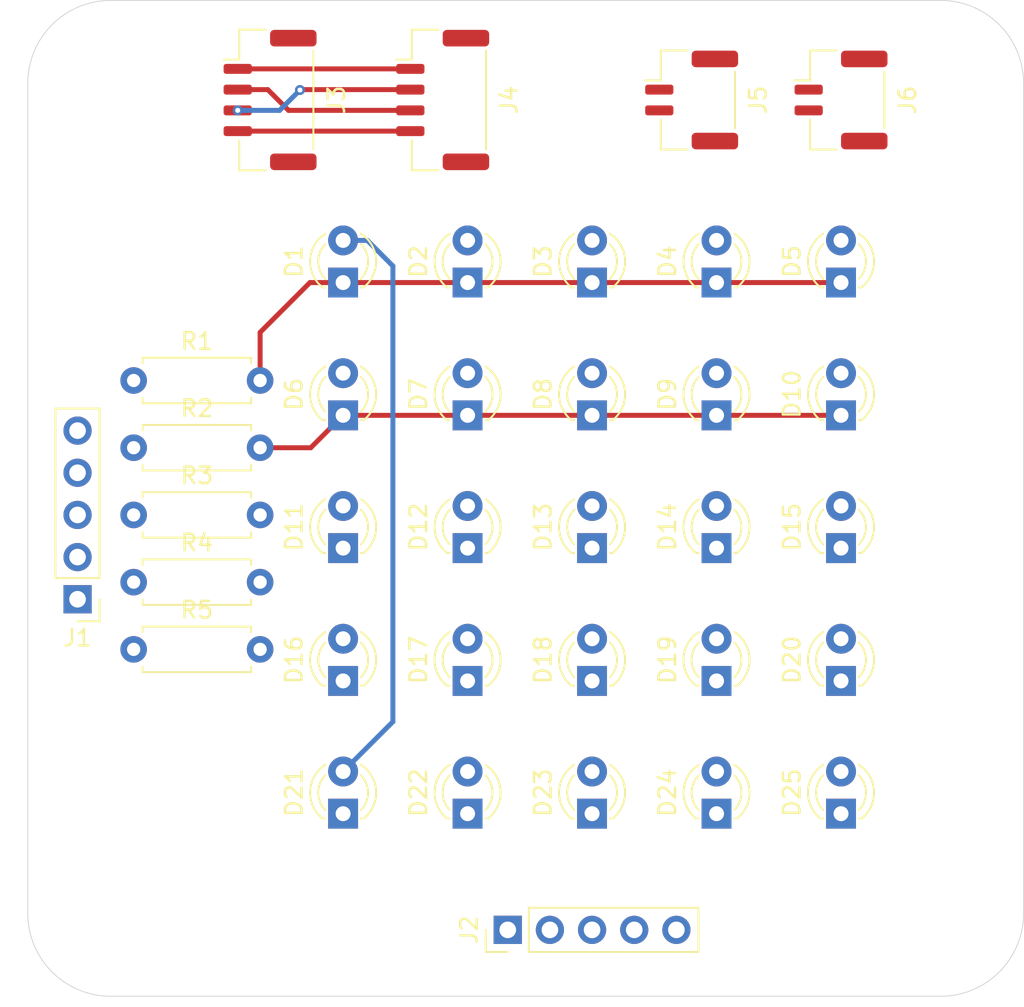
<source format=kicad_pcb>
(kicad_pcb (version 20240108) (generator "pcbnew") (generator_version "8.0")
  (layers (0 "F.Cu" signal) (31 "B.Cu" signal) (34 "B.Paste" user) (35 "F.Paste" user) (36 "B.SilkS" user "B.Silkscreen") (37 "F.SilkS" user "F.Silkscreen") (38 "B.Mask" user) (39 "F.Mask" user) (44 "Edge.Cuts" user))
  (net 0 "")
  (footprint "LED_THT:LED_D3.0mm" (layer "F.Cu") (at 67.5 71.775 90)
    (property "Reference" "D23" (at 1.27 -2.96 90) (layer "F.SilkS"))
    (property "Value" "LED")
    (fp_line (start -0.29 -1.236) (end -0.29 -1.08) (stroke (width 0.12)) (layer "F.SilkS"))
    (fp_line (start -0.29 1.08) (end -0.29 1.236) (stroke (width 0.12)) (layer "F.SilkS"))
    (fp_arc (start -0.29 -1.235516) (mid 1.366487 -1.987659) (end 2.942335 -1.078608) (stroke (width 0.12)) (layer "F.SilkS"))
    (fp_arc (start 0.229039 -1.08) (mid 1.270117 -1.5) (end 2.31113 -1.079837) (stroke (width 0.12)) (layer "F.SilkS"))
    (fp_arc (start 2.942335 1.078608) (mid 1.366487 1.987659) (end -0.29 1.235516) (stroke (width 0.12)) (layer "F.SilkS"))
    (fp_arc (start 2.31113 1.079837) (mid 1.270117 1.5) (end 0.229039 1.08) (stroke (width 0.12)) (layer "F.SilkS"))
    (pad "1" thru_hole rect (at 0 0 90) (size 1.8 1.8) (drill 0.9) (layers "*.Cu" "*.Mask"))
    (pad "2" thru_hole circle (at 2.54 0 90) (size 1.8 1.8) (drill 0.9) (layers "*.Cu" "*.Mask"))
  )
  (footprint "LED_THT:LED_D3.0mm" (layer "F.Cu") (at 60 47.775 90)
    (property "Reference" "D7" (at 1.27 -2.96 90) (layer "F.SilkS"))
    (property "Value" "LED")
    (fp_line (start -0.29 -1.236) (end -0.29 -1.08) (stroke (width 0.12)) (layer "F.SilkS"))
    (fp_line (start -0.29 1.08) (end -0.29 1.236) (stroke (width 0.12)) (layer "F.SilkS"))
    (fp_arc (start -0.29 -1.235516) (mid 1.366487 -1.987659) (end 2.942335 -1.078608) (stroke (width 0.12)) (layer "F.SilkS"))
    (fp_arc (start 0.229039 -1.08) (mid 1.270117 -1.5) (end 2.31113 -1.079837) (stroke (width 0.12)) (layer "F.SilkS"))
    (fp_arc (start 2.942335 1.078608) (mid 1.366487 1.987659) (end -0.29 1.235516) (stroke (width 0.12)) (layer "F.SilkS"))
    (fp_arc (start 2.31113 1.079837) (mid 1.270117 1.5) (end 0.229039 1.08) (stroke (width 0.12)) (layer "F.SilkS"))
    (pad "1" thru_hole rect (at 0 0 90) (size 1.8 1.8) (drill 0.9) (layers "*.Cu" "*.Mask"))
    (pad "2" thru_hole circle (at 2.54 0 90) (size 1.8 1.8) (drill 0.9) (layers "*.Cu" "*.Mask"))
  )
  (footprint "LED_THT:LED_D3.0mm" (layer "F.Cu") (at 52.5 71.775 90)
    (property "Reference" "D21" (at 1.27 -2.96 90) (layer "F.SilkS"))
    (property "Value" "LED")
    (fp_line (start -0.29 -1.236) (end -0.29 -1.08) (stroke (width 0.12)) (layer "F.SilkS"))
    (fp_line (start -0.29 1.08) (end -0.29 1.236) (stroke (width 0.12)) (layer "F.SilkS"))
    (fp_arc (start -0.29 -1.235516) (mid 1.366487 -1.987659) (end 2.942335 -1.078608) (stroke (width 0.12)) (layer "F.SilkS"))
    (fp_arc (start 0.229039 -1.08) (mid 1.270117 -1.5) (end 2.31113 -1.079837) (stroke (width 0.12)) (layer "F.SilkS"))
    (fp_arc (start 2.942335 1.078608) (mid 1.366487 1.987659) (end -0.29 1.235516) (stroke (width 0.12)) (layer "F.SilkS"))
    (fp_arc (start 2.31113 1.079837) (mid 1.270117 1.5) (end 0.229039 1.08) (stroke (width 0.12)) (layer "F.SilkS"))
    (pad "1" thru_hole rect (at 0 0 90) (size 1.8 1.8) (drill 0.9) (layers "*.Cu" "*.Mask"))
    (pad "2" thru_hole circle (at 2.54 0 90) (size 1.8 1.8) (drill 0.9) (layers "*.Cu" "*.Mask"))
  )
  (footprint "Connector_PinHeader_2.54mm:PinHeader_1x05_P2.54mm_Vertical" (layer "F.Cu") (at 62.42 78.775 90)
    (property "Reference" "J2" (at 0 -2.33 90) (layer "F.SilkS"))
    (property "Value" "Conn_01x05")
    (fp_line (start -1.33 -1.33) (end 0 -1.33) (stroke (width 0.12)) (layer "F.SilkS"))
    (fp_line (start -1.33 0) (end -1.33 -1.33) (stroke (width 0.12)) (layer "F.SilkS"))
    (fp_line (start 1.33 1.27) (end 1.33 11.49) (stroke (width 0.12)) (layer "F.SilkS"))
    (fp_line (start -1.33 1.27) (end 1.33 1.27) (stroke (width 0.12)) (layer "F.SilkS"))
    (fp_line (start -1.33 1.27) (end -1.33 11.49) (stroke (width 0.12)) (layer "F.SilkS"))
    (fp_line (start -1.33 11.49) (end 1.33 11.49) (stroke (width 0.12)) (layer "F.SilkS"))
    (pad "1" thru_hole rect (at 0 0 90) (size 1.7 1.7) (drill 1) (layers "*.Cu" "*.Mask"))
    (pad "2" thru_hole oval (at 0 2.54 90) (size 1.7 1.7) (drill 1) (layers "*.Cu" "*.Mask"))
    (pad "3" thru_hole oval (at 0 5.08 90) (size 1.7 1.7) (drill 1) (layers "*.Cu" "*.Mask"))
    (pad "4" thru_hole oval (at 0 7.62 90) (size 1.7 1.7) (drill 1) (layers "*.Cu" "*.Mask"))
    (pad "5" thru_hole oval (at 0 10.16 90) (size 1.7 1.7) (drill 1) (layers "*.Cu" "*.Mask"))
  )
  (footprint "LED_THT:LED_D3.0mm" (layer "F.Cu") (at 60 39.775 90)
    (property "Reference" "D2" (at 1.27 -2.96 90) (layer "F.SilkS"))
    (property "Value" "LED")
    (fp_line (start -0.29 -1.236) (end -0.29 -1.08) (stroke (width 0.12)) (layer "F.SilkS"))
    (fp_line (start -0.29 1.08) (end -0.29 1.236) (stroke (width 0.12)) (layer "F.SilkS"))
    (fp_arc (start -0.29 -1.235516) (mid 1.366487 -1.987659) (end 2.942335 -1.078608) (stroke (width 0.12)) (layer "F.SilkS"))
    (fp_arc (start 0.229039 -1.08) (mid 1.270117 -1.5) (end 2.31113 -1.079837) (stroke (width 0.12)) (layer "F.SilkS"))
    (fp_arc (start 2.942335 1.078608) (mid 1.366487 1.987659) (end -0.29 1.235516) (stroke (width 0.12)) (layer "F.SilkS"))
    (fp_arc (start 2.31113 1.079837) (mid 1.270117 1.5) (end 0.229039 1.08) (stroke (width 0.12)) (layer "F.SilkS"))
    (pad "1" thru_hole rect (at 0 0 90) (size 1.8 1.8) (drill 0.9) (layers "*.Cu" "*.Mask"))
    (pad "2" thru_hole circle (at 2.54 0 90) (size 1.8 1.8) (drill 0.9) (layers "*.Cu" "*.Mask"))
  )
  (footprint "LED_THT:LED_D3.0mm" (layer "F.Cu") (at 82.5 71.775 90)
    (property "Reference" "D25" (at 1.27 -2.96 90) (layer "F.SilkS"))
    (property "Value" "LED")
    (fp_line (start -0.29 -1.236) (end -0.29 -1.08) (stroke (width 0.12)) (layer "F.SilkS"))
    (fp_line (start -0.29 1.08) (end -0.29 1.236) (stroke (width 0.12)) (layer "F.SilkS"))
    (fp_arc (start -0.29 -1.235516) (mid 1.366487 -1.987659) (end 2.942335 -1.078608) (stroke (width 0.12)) (layer "F.SilkS"))
    (fp_arc (start 0.229039 -1.08) (mid 1.270117 -1.5) (end 2.31113 -1.079837) (stroke (width 0.12)) (layer "F.SilkS"))
    (fp_arc (start 2.942335 1.078608) (mid 1.366487 1.987659) (end -0.29 1.235516) (stroke (width 0.12)) (layer "F.SilkS"))
    (fp_arc (start 2.31113 1.079837) (mid 1.270117 1.5) (end 0.229039 1.08) (stroke (width 0.12)) (layer "F.SilkS"))
    (pad "1" thru_hole rect (at 0 0 90) (size 1.8 1.8) (drill 0.9) (layers "*.Cu" "*.Mask"))
    (pad "2" thru_hole circle (at 2.54 0 90) (size 1.8 1.8) (drill 0.9) (layers "*.Cu" "*.Mask"))
  )
  (footprint "Connector_JST:JST_GH_BM04B-GHS-TBT_1x04-1MP_P1.25mm_Vertical" (layer "F.Cu") (at 48.1 28.775 -90)
    (property "Reference" "J3" (at 0 -4 90) (layer "F.SilkS"))
    (property "Value" "Conn_01x04")
    (fp_line (start -4.235 1.86) (end -2.435 1.86) (stroke (width 0.12)) (layer "F.SilkS"))
    (fp_line (start -2.435 1.86) (end -2.435 2.8) (stroke (width 0.12)) (layer "F.SilkS"))
    (fp_line (start 4.235 1.86) (end 2.435 1.86) (stroke (width 0.12)) (layer "F.SilkS"))
    (fp_line (start -4.235 0.26) (end -4.235 1.86) (stroke (width 0.12)) (layer "F.SilkS"))
    (fp_line (start 4.235 0.26) (end 4.235 1.86) (stroke (width 0.12)) (layer "F.SilkS"))
    (fp_line (start -2.965 -2.61) (end 2.965 -2.61) (stroke (width 0.12)) (layer "F.SilkS"))
    (pad "1" smd roundrect (at -1.875 1.95 270) (size 0.6 1.7) (layers "F.Cu" "F.Paste" "F.Mask"))
    (pad "2" smd roundrect (at -0.625 1.95 270) (size 0.6 1.7) (layers "F.Cu" "F.Paste" "F.Mask"))
    (pad "3" smd roundrect (at 0.625 1.95 270) (size 0.6 1.7) (layers "F.Cu" "F.Paste" "F.Mask"))
    (pad "4" smd roundrect (at 1.875 1.95 270) (size 0.6 1.7) (layers "F.Cu" "F.Paste" "F.Mask"))
    (pad "MP" smd roundrect (at -3.725 -1.4 270) (size 1 2.8) (layers "F.Cu" "F.Paste" "F.Mask"))
    (pad "MP" smd roundrect (at 3.725 -1.4 270) (size 1 2.8) (layers "F.Cu" "F.Paste" "F.Mask"))
  )
  (footprint "LED_THT:LED_D3.0mm" (layer "F.Cu") (at 52.5 63.775 90)
    (property "Reference" "D16" (at 1.27 -2.96 90) (layer "F.SilkS"))
    (property "Value" "LED")
    (fp_line (start -0.29 -1.236) (end -0.29 -1.08) (stroke (width 0.12)) (layer "F.SilkS"))
    (fp_line (start -0.29 1.08) (end -0.29 1.236) (stroke (width 0.12)) (layer "F.SilkS"))
    (fp_arc (start -0.29 -1.235516) (mid 1.366487 -1.987659) (end 2.942335 -1.078608) (stroke (width 0.12)) (layer "F.SilkS"))
    (fp_arc (start 0.229039 -1.08) (mid 1.270117 -1.5) (end 2.31113 -1.079837) (stroke (width 0.12)) (layer "F.SilkS"))
    (fp_arc (start 2.942335 1.078608) (mid 1.366487 1.987659) (end -0.29 1.235516) (stroke (width 0.12)) (layer "F.SilkS"))
    (fp_arc (start 2.31113 1.079837) (mid 1.270117 1.5) (end 0.229039 1.08) (stroke (width 0.12)) (layer "F.SilkS"))
    (pad "1" thru_hole rect (at 0 0 90) (size 1.8 1.8) (drill 0.9) (layers "*.Cu" "*.Mask"))
    (pad "2" thru_hole circle (at 2.54 0 90) (size 1.8 1.8) (drill 0.9) (layers "*.Cu" "*.Mask"))
  )
  (footprint "LED_THT:LED_D3.0mm" (layer "F.Cu") (at 75 71.775 90)
    (property "Reference" "D24" (at 1.27 -2.96 90) (layer "F.SilkS"))
    (property "Value" "LED")
    (fp_line (start -0.29 -1.236) (end -0.29 -1.08) (stroke (width 0.12)) (layer "F.SilkS"))
    (fp_line (start -0.29 1.08) (end -0.29 1.236) (stroke (width 0.12)) (layer "F.SilkS"))
    (fp_arc (start -0.29 -1.235516) (mid 1.366487 -1.987659) (end 2.942335 -1.078608) (stroke (width 0.12)) (layer "F.SilkS"))
    (fp_arc (start 0.229039 -1.08) (mid 1.270117 -1.5) (end 2.31113 -1.079837) (stroke (width 0.12)) (layer "F.SilkS"))
    (fp_arc (start 2.942335 1.078608) (mid 1.366487 1.987659) (end -0.29 1.235516) (stroke (width 0.12)) (layer "F.SilkS"))
    (fp_arc (start 2.31113 1.079837) (mid 1.270117 1.5) (end 0.229039 1.08) (stroke (width 0.12)) (layer "F.SilkS"))
    (pad "1" thru_hole rect (at 0 0 90) (size 1.8 1.8) (drill 0.9) (layers "*.Cu" "*.Mask"))
    (pad "2" thru_hole circle (at 2.54 0 90) (size 1.8 1.8) (drill 0.9) (layers "*.Cu" "*.Mask"))
  )
  (footprint "LED_THT:LED_D3.0mm" (layer "F.Cu") (at 60 63.775 90)
    (property "Reference" "D17" (at 1.27 -2.96 90) (layer "F.SilkS"))
    (property "Value" "LED")
    (fp_line (start -0.29 -1.236) (end -0.29 -1.08) (stroke (width 0.12)) (layer "F.SilkS"))
    (fp_line (start -0.29 1.08) (end -0.29 1.236) (stroke (width 0.12)) (layer "F.SilkS"))
    (fp_arc (start -0.29 -1.235516) (mid 1.366487 -1.987659) (end 2.942335 -1.078608) (stroke (width 0.12)) (layer "F.SilkS"))
    (fp_arc (start 0.229039 -1.08) (mid 1.270117 -1.5) (end 2.31113 -1.079837) (stroke (width 0.12)) (layer "F.SilkS"))
    (fp_arc (start 2.942335 1.078608) (mid 1.366487 1.987659) (end -0.29 1.235516) (stroke (width 0.12)) (layer "F.SilkS"))
    (fp_arc (start 2.31113 1.079837) (mid 1.270117 1.5) (end 0.229039 1.08) (stroke (width 0.12)) (layer "F.SilkS"))
    (pad "1" thru_hole rect (at 0 0 90) (size 1.8 1.8) (drill 0.9) (layers "*.Cu" "*.Mask"))
    (pad "2" thru_hole circle (at 2.54 0 90) (size 1.8 1.8) (drill 0.9) (layers "*.Cu" "*.Mask"))
  )
  (footprint "LED_THT:LED_D3.0mm" (layer "F.Cu") (at 52.5 47.775 90)
    (property "Reference" "D6" (at 1.27 -2.96 90) (layer "F.SilkS"))
    (property "Value" "LED")
    (fp_line (start -0.29 -1.236) (end -0.29 -1.08) (stroke (width 0.12)) (layer "F.SilkS"))
    (fp_line (start -0.29 1.08) (end -0.29 1.236) (stroke (width 0.12)) (layer "F.SilkS"))
    (fp_arc (start -0.29 -1.235516) (mid 1.366487 -1.987659) (end 2.942335 -1.078608) (stroke (width 0.12)) (layer "F.SilkS"))
    (fp_arc (start 0.229039 -1.08) (mid 1.270117 -1.5) (end 2.31113 -1.079837) (stroke (width 0.12)) (layer "F.SilkS"))
    (fp_arc (start 2.942335 1.078608) (mid 1.366487 1.987659) (end -0.29 1.235516) (stroke (width 0.12)) (layer "F.SilkS"))
    (fp_arc (start 2.31113 1.079837) (mid 1.270117 1.5) (end 0.229039 1.08) (stroke (width 0.12)) (layer "F.SilkS"))
    (pad "1" thru_hole rect (at 0 0 90) (size 1.8 1.8) (drill 0.9) (layers "*.Cu" "*.Mask"))
    (pad "2" thru_hole circle (at 2.54 0 90) (size 1.8 1.8) (drill 0.9) (layers "*.Cu" "*.Mask"))
  )
  (footprint "LED_THT:LED_D3.0mm" (layer "F.Cu") (at 82.5 55.775 90)
    (property "Reference" "D15" (at 1.27 -2.96 90) (layer "F.SilkS"))
    (property "Value" "LED")
    (fp_line (start -0.29 -1.236) (end -0.29 -1.08) (stroke (width 0.12)) (layer "F.SilkS"))
    (fp_line (start -0.29 1.08) (end -0.29 1.236) (stroke (width 0.12)) (layer "F.SilkS"))
    (fp_arc (start -0.29 -1.235516) (mid 1.366487 -1.987659) (end 2.942335 -1.078608) (stroke (width 0.12)) (layer "F.SilkS"))
    (fp_arc (start 0.229039 -1.08) (mid 1.270117 -1.5) (end 2.31113 -1.079837) (stroke (width 0.12)) (layer "F.SilkS"))
    (fp_arc (start 2.942335 1.078608) (mid 1.366487 1.987659) (end -0.29 1.235516) (stroke (width 0.12)) (layer "F.SilkS"))
    (fp_arc (start 2.31113 1.079837) (mid 1.270117 1.5) (end 0.229039 1.08) (stroke (width 0.12)) (layer "F.SilkS"))
    (pad "1" thru_hole rect (at 0 0 90) (size 1.8 1.8) (drill 0.9) (layers "*.Cu" "*.Mask"))
    (pad "2" thru_hole circle (at 2.54 0 90) (size 1.8 1.8) (drill 0.9) (layers "*.Cu" "*.Mask"))
  )
  (footprint "LED_THT:LED_D3.0mm" (layer "F.Cu") (at 75 55.775 90)
    (property "Reference" "D14" (at 1.27 -2.96 90) (layer "F.SilkS"))
    (property "Value" "LED")
    (fp_line (start -0.29 -1.236) (end -0.29 -1.08) (stroke (width 0.12)) (layer "F.SilkS"))
    (fp_line (start -0.29 1.08) (end -0.29 1.236) (stroke (width 0.12)) (layer "F.SilkS"))
    (fp_arc (start -0.29 -1.235516) (mid 1.366487 -1.987659) (end 2.942335 -1.078608) (stroke (width 0.12)) (layer "F.SilkS"))
    (fp_arc (start 0.229039 -1.08) (mid 1.270117 -1.5) (end 2.31113 -1.079837) (stroke (width 0.12)) (layer "F.SilkS"))
    (fp_arc (start 2.942335 1.078608) (mid 1.366487 1.987659) (end -0.29 1.235516) (stroke (width 0.12)) (layer "F.SilkS"))
    (fp_arc (start 2.31113 1.079837) (mid 1.270117 1.5) (end 0.229039 1.08) (stroke (width 0.12)) (layer "F.SilkS"))
    (pad "1" thru_hole rect (at 0 0 90) (size 1.8 1.8) (drill 0.9) (layers "*.Cu" "*.Mask"))
    (pad "2" thru_hole circle (at 2.54 0 90) (size 1.8 1.8) (drill 0.9) (layers "*.Cu" "*.Mask"))
  )
  (footprint "LED_THT:LED_D3.0mm" (layer "F.Cu") (at 82.5 63.775 90)
    (property "Reference" "D20" (at 1.27 -2.96 90) (layer "F.SilkS"))
    (property "Value" "LED")
    (fp_line (start -0.29 -1.236) (end -0.29 -1.08) (stroke (width 0.12)) (layer "F.SilkS"))
    (fp_line (start -0.29 1.08) (end -0.29 1.236) (stroke (width 0.12)) (layer "F.SilkS"))
    (fp_arc (start -0.29 -1.235516) (mid 1.366487 -1.987659) (end 2.942335 -1.078608) (stroke (width 0.12)) (layer "F.SilkS"))
    (fp_arc (start 0.229039 -1.08) (mid 1.270117 -1.5) (end 2.31113 -1.079837) (stroke (width 0.12)) (layer "F.SilkS"))
    (fp_arc (start 2.942335 1.078608) (mid 1.366487 1.987659) (end -0.29 1.235516) (stroke (width 0.12)) (layer "F.SilkS"))
    (fp_arc (start 2.31113 1.079837) (mid 1.270117 1.5) (end 0.229039 1.08) (stroke (width 0.12)) (layer "F.SilkS"))
    (pad "1" thru_hole rect (at 0 0 90) (size 1.8 1.8) (drill 0.9) (layers "*.Cu" "*.Mask"))
    (pad "2" thru_hole circle (at 2.54 0 90) (size 1.8 1.8) (drill 0.9) (layers "*.Cu" "*.Mask"))
  )
  (footprint "LED_THT:LED_D3.0mm" (layer "F.Cu") (at 67.5 55.775 90)
    (property "Reference" "D13" (at 1.27 -2.96 90) (layer "F.SilkS"))
    (property "Value" "LED")
    (fp_line (start -0.29 -1.236) (end -0.29 -1.08) (stroke (width 0.12)) (layer "F.SilkS"))
    (fp_line (start -0.29 1.08) (end -0.29 1.236) (stroke (width 0.12)) (layer "F.SilkS"))
    (fp_arc (start -0.29 -1.235516) (mid 1.366487 -1.987659) (end 2.942335 -1.078608) (stroke (width 0.12)) (layer "F.SilkS"))
    (fp_arc (start 0.229039 -1.08) (mid 1.270117 -1.5) (end 2.31113 -1.079837) (stroke (width 0.12)) (layer "F.SilkS"))
    (fp_arc (start 2.942335 1.078608) (mid 1.366487 1.987659) (end -0.29 1.235516) (stroke (width 0.12)) (layer "F.SilkS"))
    (fp_arc (start 2.31113 1.079837) (mid 1.270117 1.5) (end 0.229039 1.08) (stroke (width 0.12)) (layer "F.SilkS"))
    (pad "1" thru_hole rect (at 0 0 90) (size 1.8 1.8) (drill 0.9) (layers "*.Cu" "*.Mask"))
    (pad "2" thru_hole circle (at 2.54 0 90) (size 1.8 1.8) (drill 0.9) (layers "*.Cu" "*.Mask"))
  )
  (footprint "Connector_JST:JST_GH_BM04B-GHS-TBT_1x04-1MP_P1.25mm_Vertical" (layer "F.Cu") (at 58.5 28.775 -90)
    (property "Reference" "J4" (at 0 -4 90) (layer "F.SilkS"))
    (property "Value" "Conn_01x04")
    (fp_line (start -4.235 1.86) (end -2.435 1.86) (stroke (width 0.12)) (layer "F.SilkS"))
    (fp_line (start -2.435 1.86) (end -2.435 2.8) (stroke (width 0.12)) (layer "F.SilkS"))
    (fp_line (start 4.235 1.86) (end 2.435 1.86) (stroke (width 0.12)) (layer "F.SilkS"))
    (fp_line (start -4.235 0.26) (end -4.235 1.86) (stroke (width 0.12)) (layer "F.SilkS"))
    (fp_line (start 4.235 0.26) (end 4.235 1.86) (stroke (width 0.12)) (layer "F.SilkS"))
    (fp_line (start -2.965 -2.61) (end 2.965 -2.61) (stroke (width 0.12)) (layer "F.SilkS"))
    (pad "1" smd roundrect (at -1.875 1.95 270) (size 0.6 1.7) (layers "F.Cu" "F.Paste" "F.Mask"))
    (pad "2" smd roundrect (at -0.625 1.95 270) (size 0.6 1.7) (layers "F.Cu" "F.Paste" "F.Mask"))
    (pad "3" smd roundrect (at 0.625 1.95 270) (size 0.6 1.7) (layers "F.Cu" "F.Paste" "F.Mask"))
    (pad "4" smd roundrect (at 1.875 1.95 270) (size 0.6 1.7) (layers "F.Cu" "F.Paste" "F.Mask"))
    (pad "MP" smd roundrect (at -3.725 -1.4 270) (size 1 2.8) (layers "F.Cu" "F.Paste" "F.Mask"))
    (pad "MP" smd roundrect (at 3.725 -1.4 270) (size 1 2.8) (layers "F.Cu" "F.Paste" "F.Mask"))
  )
  (footprint "Resistor_THT:R_Axial_DIN0207_L6.3mm_D2.5mm_P7.62mm_Horizontal" (layer "F.Cu") (at 39.88 53.775)
    (property "Reference" "R3" (at 3.81 -2.37 0) (layer "F.SilkS"))
    (property "Value" "R_US")
    (fp_line (start 0.54 -1.37) (end 7.08 -1.37) (stroke (width 0.12)) (layer "F.SilkS"))
    (fp_line (start 0.54 -1.04) (end 0.54 -1.37) (stroke (width 0.12)) (layer "F.SilkS"))
    (fp_line (start 0.54 1.04) (end 0.54 1.37) (stroke (width 0.12)) (layer "F.SilkS"))
    (fp_line (start 0.54 1.37) (end 7.08 1.37) (stroke (width 0.12)) (layer "F.SilkS"))
    (fp_line (start 7.08 -1.37) (end 7.08 -1.04) (stroke (width 0.12)) (layer "F.SilkS"))
    (fp_line (start 7.08 1.37) (end 7.08 1.04) (stroke (width 0.12)) (layer "F.SilkS"))
    (pad "1" thru_hole circle (at 0 0) (size 1.6 1.6) (drill 0.8) (layers "*.Cu" "*.Mask"))
    (pad "2" thru_hole oval (at 7.62 0) (size 1.6 1.6) (drill 0.8) (layers "*.Cu" "*.Mask"))
  )
  (footprint "LED_THT:LED_D3.0mm" (layer "F.Cu") (at 75 47.775 90)
    (property "Reference" "D9" (at 1.27 -2.96 90) (layer "F.SilkS"))
    (property "Value" "LED")
    (fp_line (start -0.29 -1.236) (end -0.29 -1.08) (stroke (width 0.12)) (layer "F.SilkS"))
    (fp_line (start -0.29 1.08) (end -0.29 1.236) (stroke (width 0.12)) (layer "F.SilkS"))
    (fp_arc (start -0.29 -1.235516) (mid 1.366487 -1.987659) (end 2.942335 -1.078608) (stroke (width 0.12)) (layer "F.SilkS"))
    (fp_arc (start 0.229039 -1.08) (mid 1.270117 -1.5) (end 2.31113 -1.079837) (stroke (width 0.12)) (layer "F.SilkS"))
    (fp_arc (start 2.942335 1.078608) (mid 1.366487 1.987659) (end -0.29 1.235516) (stroke (width 0.12)) (layer "F.SilkS"))
    (fp_arc (start 2.31113 1.079837) (mid 1.270117 1.5) (end 0.229039 1.08) (stroke (width 0.12)) (layer "F.SilkS"))
    (pad "1" thru_hole rect (at 0 0 90) (size 1.8 1.8) (drill 0.9) (layers "*.Cu" "*.Mask"))
    (pad "2" thru_hole circle (at 2.54 0 90) (size 1.8 1.8) (drill 0.9) (layers "*.Cu" "*.Mask"))
  )
  (footprint "LED_THT:LED_D3.0mm" (layer "F.Cu") (at 67.5 39.775 90)
    (property "Reference" "D3" (at 1.27 -2.96 90) (layer "F.SilkS"))
    (property "Value" "LED")
    (fp_line (start -0.29 -1.236) (end -0.29 -1.08) (stroke (width 0.12)) (layer "F.SilkS"))
    (fp_line (start -0.29 1.08) (end -0.29 1.236) (stroke (width 0.12)) (layer "F.SilkS"))
    (fp_arc (start -0.29 -1.235516) (mid 1.366487 -1.987659) (end 2.942335 -1.078608) (stroke (width 0.12)) (layer "F.SilkS"))
    (fp_arc (start 0.229039 -1.08) (mid 1.270117 -1.5) (end 2.31113 -1.079837) (stroke (width 0.12)) (layer "F.SilkS"))
    (fp_arc (start 2.942335 1.078608) (mid 1.366487 1.987659) (end -0.29 1.235516) (stroke (width 0.12)) (layer "F.SilkS"))
    (fp_arc (start 2.31113 1.079837) (mid 1.270117 1.5) (end 0.229039 1.08) (stroke (width 0.12)) (layer "F.SilkS"))
    (pad "1" thru_hole rect (at 0 0 90) (size 1.8 1.8) (drill 0.9) (layers "*.Cu" "*.Mask"))
    (pad "2" thru_hole circle (at 2.54 0 90) (size 1.8 1.8) (drill 0.9) (layers "*.Cu" "*.Mask"))
  )
  (footprint "Connector_JST:JST_GH_BM02B-GHS-TBT_1x02-1MP_P1.25mm_Vertical" (layer "F.Cu") (at 73.5 28.775 -90)
    (property "Reference" "J5" (at 0 -4 90) (layer "F.SilkS"))
    (property "Value" "Conn_01x02")
    (fp_line (start -2.985 1.86) (end -1.185 1.86) (stroke (width 0.12)) (layer "F.SilkS"))
    (fp_line (start -1.185 1.86) (end -1.185 2.8) (stroke (width 0.12)) (layer "F.SilkS"))
    (fp_line (start 2.985 1.86) (end 1.185 1.86) (stroke (width 0.12)) (layer "F.SilkS"))
    (fp_line (start -2.985 0.26) (end -2.985 1.86) (stroke (width 0.12)) (layer "F.SilkS"))
    (fp_line (start 2.985 0.26) (end 2.985 1.86) (stroke (width 0.12)) (layer "F.SilkS"))
    (fp_line (start -1.715 -2.61) (end 1.715 -2.61) (stroke (width 0.12)) (layer "F.SilkS"))
    (pad "1" smd roundrect (at -0.625 1.95 270) (size 0.6 1.7) (layers "F.Cu" "F.Paste" "F.Mask"))
    (pad "2" smd roundrect (at 0.625 1.95 270) (size 0.6 1.7) (layers "F.Cu" "F.Paste" "F.Mask"))
    (pad "MP" smd roundrect (at -2.475 -1.4 270) (size 1 2.8) (layers "F.Cu" "F.Paste" "F.Mask"))
    (pad "MP" smd roundrect (at 2.475 -1.4 270) (size 1 2.8) (layers "F.Cu" "F.Paste" "F.Mask"))
  )
  (footprint "LED_THT:LED_D3.0mm" (layer "F.Cu") (at 60 55.775 90)
    (property "Reference" "D12" (at 1.27 -2.96 90) (layer "F.SilkS"))
    (property "Value" "LED")
    (fp_line (start -0.29 -1.236) (end -0.29 -1.08) (stroke (width 0.12)) (layer "F.SilkS"))
    (fp_line (start -0.29 1.08) (end -0.29 1.236) (stroke (width 0.12)) (layer "F.SilkS"))
    (fp_arc (start -0.29 -1.235516) (mid 1.366487 -1.987659) (end 2.942335 -1.078608) (stroke (width 0.12)) (layer "F.SilkS"))
    (fp_arc (start 0.229039 -1.08) (mid 1.270117 -1.5) (end 2.31113 -1.079837) (stroke (width 0.12)) (layer "F.SilkS"))
    (fp_arc (start 2.942335 1.078608) (mid 1.366487 1.987659) (end -0.29 1.235516) (stroke (width 0.12)) (layer "F.SilkS"))
    (fp_arc (start 2.31113 1.079837) (mid 1.270117 1.5) (end 0.229039 1.08) (stroke (width 0.12)) (layer "F.SilkS"))
    (pad "1" thru_hole rect (at 0 0 90) (size 1.8 1.8) (drill 0.9) (layers "*.Cu" "*.Mask"))
    (pad "2" thru_hole circle (at 2.54 0 90) (size 1.8 1.8) (drill 0.9) (layers "*.Cu" "*.Mask"))
  )
  (footprint "LED_THT:LED_D3.0mm" (layer "F.Cu") (at 75 63.775 90)
    (property "Reference" "D19" (at 1.27 -2.96 90) (layer "F.SilkS"))
    (property "Value" "LED")
    (fp_line (start -0.29 -1.236) (end -0.29 -1.08) (stroke (width 0.12)) (layer "F.SilkS"))
    (fp_line (start -0.29 1.08) (end -0.29 1.236) (stroke (width 0.12)) (layer "F.SilkS"))
    (fp_arc (start -0.29 -1.235516) (mid 1.366487 -1.987659) (end 2.942335 -1.078608) (stroke (width 0.12)) (layer "F.SilkS"))
    (fp_arc (start 0.229039 -1.08) (mid 1.270117 -1.5) (end 2.31113 -1.079837) (stroke (width 0.12)) (layer "F.SilkS"))
    (fp_arc (start 2.942335 1.078608) (mid 1.366487 1.987659) (end -0.29 1.235516) (stroke (width 0.12)) (layer "F.SilkS"))
    (fp_arc (start 2.31113 1.079837) (mid 1.270117 1.5) (end 0.229039 1.08) (stroke (width 0.12)) (layer "F.SilkS"))
    (pad "1" thru_hole rect (at 0 0 90) (size 1.8 1.8) (drill 0.9) (layers "*.Cu" "*.Mask"))
    (pad "2" thru_hole circle (at 2.54 0 90) (size 1.8 1.8) (drill 0.9) (layers "*.Cu" "*.Mask"))
  )
  (footprint "Connector_JST:JST_GH_BM02B-GHS-TBT_1x02-1MP_P1.25mm_Vertical" (layer "F.Cu") (at 82.5 28.775 -90)
    (property "Reference" "J6" (at 0 -4 90) (layer "F.SilkS"))
    (property "Value" "Conn_01x02")
    (fp_line (start -2.985 1.86) (end -1.185 1.86) (stroke (width 0.12)) (layer "F.SilkS"))
    (fp_line (start -1.185 1.86) (end -1.185 2.8) (stroke (width 0.12)) (layer "F.SilkS"))
    (fp_line (start 2.985 1.86) (end 1.185 1.86) (stroke (width 0.12)) (layer "F.SilkS"))
    (fp_line (start -2.985 0.26) (end -2.985 1.86) (stroke (width 0.12)) (layer "F.SilkS"))
    (fp_line (start 2.985 0.26) (end 2.985 1.86) (stroke (width 0.12)) (layer "F.SilkS"))
    (fp_line (start -1.715 -2.61) (end 1.715 -2.61) (stroke (width 0.12)) (layer "F.SilkS"))
    (pad "1" smd roundrect (at -0.625 1.95 270) (size 0.6 1.7) (layers "F.Cu" "F.Paste" "F.Mask"))
    (pad "2" smd roundrect (at 0.625 1.95 270) (size 0.6 1.7) (layers "F.Cu" "F.Paste" "F.Mask"))
    (pad "MP" smd roundrect (at -2.475 -1.4 270) (size 1 2.8) (layers "F.Cu" "F.Paste" "F.Mask"))
    (pad "MP" smd roundrect (at 2.475 -1.4 270) (size 1 2.8) (layers "F.Cu" "F.Paste" "F.Mask"))
  )
  (footprint "Resistor_THT:R_Axial_DIN0207_L6.3mm_D2.5mm_P7.62mm_Horizontal" (layer "F.Cu") (at 39.88 49.725)
    (property "Reference" "R2" (at 3.81 -2.37 0) (layer "F.SilkS"))
    (property "Value" "R_US")
    (fp_line (start 0.54 -1.37) (end 7.08 -1.37) (stroke (width 0.12)) (layer "F.SilkS"))
    (fp_line (start 0.54 -1.04) (end 0.54 -1.37) (stroke (width 0.12)) (layer "F.SilkS"))
    (fp_line (start 0.54 1.04) (end 0.54 1.37) (stroke (width 0.12)) (layer "F.SilkS"))
    (fp_line (start 0.54 1.37) (end 7.08 1.37) (stroke (width 0.12)) (layer "F.SilkS"))
    (fp_line (start 7.08 -1.37) (end 7.08 -1.04) (stroke (width 0.12)) (layer "F.SilkS"))
    (fp_line (start 7.08 1.37) (end 7.08 1.04) (stroke (width 0.12)) (layer "F.SilkS"))
    (pad "1" thru_hole circle (at 0 0) (size 1.6 1.6) (drill 0.8) (layers "*.Cu" "*.Mask"))
    (pad "2" thru_hole oval (at 7.62 0) (size 1.6 1.6) (drill 0.8) (layers "*.Cu" "*.Mask"))
  )
  (footprint "LED_THT:LED_D3.0mm" (layer "F.Cu") (at 75 39.775 90)
    (property "Reference" "D4" (at 1.27 -2.96 90) (layer "F.SilkS"))
    (property "Value" "LED")
    (fp_line (start -0.29 -1.236) (end -0.29 -1.08) (stroke (width 0.12)) (layer "F.SilkS"))
    (fp_line (start -0.29 1.08) (end -0.29 1.236) (stroke (width 0.12)) (layer "F.SilkS"))
    (fp_arc (start -0.29 -1.235516) (mid 1.366487 -1.987659) (end 2.942335 -1.078608) (stroke (width 0.12)) (layer "F.SilkS"))
    (fp_arc (start 0.229039 -1.08) (mid 1.270117 -1.5) (end 2.31113 -1.079837) (stroke (width 0.12)) (layer "F.SilkS"))
    (fp_arc (start 2.942335 1.078608) (mid 1.366487 1.987659) (end -0.29 1.235516) (stroke (width 0.12)) (layer "F.SilkS"))
    (fp_arc (start 2.31113 1.079837) (mid 1.270117 1.5) (end 0.229039 1.08) (stroke (width 0.12)) (layer "F.SilkS"))
    (pad "1" thru_hole rect (at 0 0 90) (size 1.8 1.8) (drill 0.9) (layers "*.Cu" "*.Mask"))
    (pad "2" thru_hole circle (at 2.54 0 90) (size 1.8 1.8) (drill 0.9) (layers "*.Cu" "*.Mask"))
  )
  (footprint "LED_THT:LED_D3.0mm" (layer "F.Cu") (at 52.5 55.775 90)
    (property "Reference" "D11" (at 1.27 -2.96 90) (layer "F.SilkS"))
    (property "Value" "LED")
    (fp_line (start -0.29 -1.236) (end -0.29 -1.08) (stroke (width 0.12)) (layer "F.SilkS"))
    (fp_line (start -0.29 1.08) (end -0.29 1.236) (stroke (width 0.12)) (layer "F.SilkS"))
    (fp_arc (start -0.29 -1.235516) (mid 1.366487 -1.987659) (end 2.942335 -1.078608) (stroke (width 0.12)) (layer "F.SilkS"))
    (fp_arc (start 0.229039 -1.08) (mid 1.270117 -1.5) (end 2.31113 -1.079837) (stroke (width 0.12)) (layer "F.SilkS"))
    (fp_arc (start 2.942335 1.078608) (mid 1.366487 1.987659) (end -0.29 1.235516) (stroke (width 0.12)) (layer "F.SilkS"))
    (fp_arc (start 2.31113 1.079837) (mid 1.270117 1.5) (end 0.229039 1.08) (stroke (width 0.12)) (layer "F.SilkS"))
    (pad "1" thru_hole rect (at 0 0 90) (size 1.8 1.8) (drill 0.9) (layers "*.Cu" "*.Mask"))
    (pad "2" thru_hole circle (at 2.54 0 90) (size 1.8 1.8) (drill 0.9) (layers "*.Cu" "*.Mask"))
  )
  (footprint "LED_THT:LED_D3.0mm" (layer "F.Cu") (at 60 71.775 90)
    (property "Reference" "D22" (at 1.27 -2.96 90) (layer "F.SilkS"))
    (property "Value" "LED")
    (fp_line (start -0.29 -1.236) (end -0.29 -1.08) (stroke (width 0.12)) (layer "F.SilkS"))
    (fp_line (start -0.29 1.08) (end -0.29 1.236) (stroke (width 0.12)) (layer "F.SilkS"))
    (fp_arc (start -0.29 -1.235516) (mid 1.366487 -1.987659) (end 2.942335 -1.078608) (stroke (width 0.12)) (layer "F.SilkS"))
    (fp_arc (start 0.229039 -1.08) (mid 1.270117 -1.5) (end 2.31113 -1.079837) (stroke (width 0.12)) (layer "F.SilkS"))
    (fp_arc (start 2.942335 1.078608) (mid 1.366487 1.987659) (end -0.29 1.235516) (stroke (width 0.12)) (layer "F.SilkS"))
    (fp_arc (start 2.31113 1.079837) (mid 1.270117 1.5) (end 0.229039 1.08) (stroke (width 0.12)) (layer "F.SilkS"))
    (pad "1" thru_hole rect (at 0 0 90) (size 1.8 1.8) (drill 0.9) (layers "*.Cu" "*.Mask"))
    (pad "2" thru_hole circle (at 2.54 0 90) (size 1.8 1.8) (drill 0.9) (layers "*.Cu" "*.Mask"))
  )
  (footprint "LED_THT:LED_D3.0mm" (layer "F.Cu") (at 67.5 47.775 90)
    (property "Reference" "D8" (at 1.27 -2.96 90) (layer "F.SilkS"))
    (property "Value" "LED")
    (fp_line (start -0.29 -1.236) (end -0.29 -1.08) (stroke (width 0.12)) (layer "F.SilkS"))
    (fp_line (start -0.29 1.08) (end -0.29 1.236) (stroke (width 0.12)) (layer "F.SilkS"))
    (fp_arc (start -0.29 -1.235516) (mid 1.366487 -1.987659) (end 2.942335 -1.078608) (stroke (width 0.12)) (layer "F.SilkS"))
    (fp_arc (start 0.229039 -1.08) (mid 1.270117 -1.5) (end 2.31113 -1.079837) (stroke (width 0.12)) (layer "F.SilkS"))
    (fp_arc (start 2.942335 1.078608) (mid 1.366487 1.987659) (end -0.29 1.235516) (stroke (width 0.12)) (layer "F.SilkS"))
    (fp_arc (start 2.31113 1.079837) (mid 1.270117 1.5) (end 0.229039 1.08) (stroke (width 0.12)) (layer "F.SilkS"))
    (pad "1" thru_hole rect (at 0 0 90) (size 1.8 1.8) (drill 0.9) (layers "*.Cu" "*.Mask"))
    (pad "2" thru_hole circle (at 2.54 0 90) (size 1.8 1.8) (drill 0.9) (layers "*.Cu" "*.Mask"))
  )
  (footprint "Resistor_THT:R_Axial_DIN0207_L6.3mm_D2.5mm_P7.62mm_Horizontal" (layer "F.Cu") (at 39.88 57.825)
    (property "Reference" "R4" (at 3.81 -2.37 0) (layer "F.SilkS"))
    (property "Value" "R_US")
    (fp_line (start 0.54 -1.37) (end 7.08 -1.37) (stroke (width 0.12)) (layer "F.SilkS"))
    (fp_line (start 0.54 -1.04) (end 0.54 -1.37) (stroke (width 0.12)) (layer "F.SilkS"))
    (fp_line (start 0.54 1.04) (end 0.54 1.37) (stroke (width 0.12)) (layer "F.SilkS"))
    (fp_line (start 0.54 1.37) (end 7.08 1.37) (stroke (width 0.12)) (layer "F.SilkS"))
    (fp_line (start 7.08 -1.37) (end 7.08 -1.04) (stroke (width 0.12)) (layer "F.SilkS"))
    (fp_line (start 7.08 1.37) (end 7.08 1.04) (stroke (width 0.12)) (layer "F.SilkS"))
    (pad "1" thru_hole circle (at 0 0) (size 1.6 1.6) (drill 0.8) (layers "*.Cu" "*.Mask"))
    (pad "2" thru_hole oval (at 7.62 0) (size 1.6 1.6) (drill 0.8) (layers "*.Cu" "*.Mask"))
  )
  (footprint "LED_THT:LED_D3.0mm" (layer "F.Cu") (at 52.5 39.775 90)
    (property "Reference" "D1" (at 1.27 -2.96 90) (layer "F.SilkS"))
    (property "Value" "LED")
    (fp_line (start -0.29 -1.236) (end -0.29 -1.08) (stroke (width 0.12)) (layer "F.SilkS"))
    (fp_line (start -0.29 1.08) (end -0.29 1.236) (stroke (width 0.12)) (layer "F.SilkS"))
    (fp_arc (start -0.29 -1.235516) (mid 1.366487 -1.987659) (end 2.942335 -1.078608) (stroke (width 0.12)) (layer "F.SilkS"))
    (fp_arc (start 0.229039 -1.08) (mid 1.270117 -1.5) (end 2.31113 -1.079837) (stroke (width 0.12)) (layer "F.SilkS"))
    (fp_arc (start 2.942335 1.078608) (mid 1.366487 1.987659) (end -0.29 1.235516) (stroke (width 0.12)) (layer "F.SilkS"))
    (fp_arc (start 2.31113 1.079837) (mid 1.270117 1.5) (end 0.229039 1.08) (stroke (width 0.12)) (layer "F.SilkS"))
    (pad "1" thru_hole rect (at 0 0 90) (size 1.8 1.8) (drill 0.9) (layers "*.Cu" "*.Mask"))
    (pad "2" thru_hole circle (at 2.54 0 90) (size 1.8 1.8) (drill 0.9) (layers "*.Cu" "*.Mask"))
  )
  (footprint "LED_THT:LED_D3.0mm" (layer "F.Cu") (at 67.5 63.775 90)
    (property "Reference" "D18" (at 1.27 -2.96 90) (layer "F.SilkS"))
    (property "Value" "LED")
    (fp_line (start -0.29 -1.236) (end -0.29 -1.08) (stroke (width 0.12)) (layer "F.SilkS"))
    (fp_line (start -0.29 1.08) (end -0.29 1.236) (stroke (width 0.12)) (layer "F.SilkS"))
    (fp_arc (start -0.29 -1.235516) (mid 1.366487 -1.987659) (end 2.942335 -1.078608) (stroke (width 0.12)) (layer "F.SilkS"))
    (fp_arc (start 0.229039 -1.08) (mid 1.270117 -1.5) (end 2.31113 -1.079837) (stroke (width 0.12)) (layer "F.SilkS"))
    (fp_arc (start 2.942335 1.078608) (mid 1.366487 1.987659) (end -0.29 1.235516) (stroke (width 0.12)) (layer "F.SilkS"))
    (fp_arc (start 2.31113 1.079837) (mid 1.270117 1.5) (end 0.229039 1.08) (stroke (width 0.12)) (layer "F.SilkS"))
    (pad "1" thru_hole rect (at 0 0 90) (size 1.8 1.8) (drill 0.9) (layers "*.Cu" "*.Mask"))
    (pad "2" thru_hole circle (at 2.54 0 90) (size 1.8 1.8) (drill 0.9) (layers "*.Cu" "*.Mask"))
  )
  (footprint "Resistor_THT:R_Axial_DIN0207_L6.3mm_D2.5mm_P7.62mm_Horizontal" (layer "F.Cu") (at 39.88 61.875)
    (property "Reference" "R5" (at 3.81 -2.37 0) (layer "F.SilkS"))
    (property "Value" "R_US")
    (fp_line (start 0.54 -1.37) (end 7.08 -1.37) (stroke (width 0.12)) (layer "F.SilkS"))
    (fp_line (start 0.54 -1.04) (end 0.54 -1.37) (stroke (width 0.12)) (layer "F.SilkS"))
    (fp_line (start 0.54 1.04) (end 0.54 1.37) (stroke (width 0.12)) (layer "F.SilkS"))
    (fp_line (start 0.54 1.37) (end 7.08 1.37) (stroke (width 0.12)) (layer "F.SilkS"))
    (fp_line (start 7.08 -1.37) (end 7.08 -1.04) (stroke (width 0.12)) (layer "F.SilkS"))
    (fp_line (start 7.08 1.37) (end 7.08 1.04) (stroke (width 0.12)) (layer "F.SilkS"))
    (pad "1" thru_hole circle (at 0 0) (size 1.6 1.6) (drill 0.8) (layers "*.Cu" "*.Mask"))
    (pad "2" thru_hole oval (at 7.62 0) (size 1.6 1.6) (drill 0.8) (layers "*.Cu" "*.Mask"))
  )
  (footprint "LED_THT:LED_D3.0mm" (layer "F.Cu") (at 82.5 47.775 90)
    (property "Reference" "D10" (at 1.27 -2.96 90) (layer "F.SilkS"))
    (property "Value" "LED")
    (fp_line (start -0.29 -1.236) (end -0.29 -1.08) (stroke (width 0.12)) (layer "F.SilkS"))
    (fp_line (start -0.29 1.08) (end -0.29 1.236) (stroke (width 0.12)) (layer "F.SilkS"))
    (fp_arc (start -0.29 -1.235516) (mid 1.366487 -1.987659) (end 2.942335 -1.078608) (stroke (width 0.12)) (layer "F.SilkS"))
    (fp_arc (start 0.229039 -1.08) (mid 1.270117 -1.5) (end 2.31113 -1.079837) (stroke (width 0.12)) (layer "F.SilkS"))
    (fp_arc (start 2.942335 1.078608) (mid 1.366487 1.987659) (end -0.29 1.235516) (stroke (width 0.12)) (layer "F.SilkS"))
    (fp_arc (start 2.31113 1.079837) (mid 1.270117 1.5) (end 0.229039 1.08) (stroke (width 0.12)) (layer "F.SilkS"))
    (pad "1" thru_hole rect (at 0 0 90) (size 1.8 1.8) (drill 0.9) (layers "*.Cu" "*.Mask"))
    (pad "2" thru_hole circle (at 2.54 0 90) (size 1.8 1.8) (drill 0.9) (layers "*.Cu" "*.Mask"))
  )
  (footprint "Resistor_THT:R_Axial_DIN0207_L6.3mm_D2.5mm_P7.62mm_Horizontal" (layer "F.Cu") (at 39.88 45.675)
    (property "Reference" "R1" (at 3.81 -2.37 0) (layer "F.SilkS"))
    (property "Value" "R_US")
    (fp_line (start 0.54 -1.37) (end 7.08 -1.37) (stroke (width 0.12)) (layer "F.SilkS"))
    (fp_line (start 0.54 -1.04) (end 0.54 -1.37) (stroke (width 0.12)) (layer "F.SilkS"))
    (fp_line (start 0.54 1.04) (end 0.54 1.37) (stroke (width 0.12)) (layer "F.SilkS"))
    (fp_line (start 0.54 1.37) (end 7.08 1.37) (stroke (width 0.12)) (layer "F.SilkS"))
    (fp_line (start 7.08 -1.37) (end 7.08 -1.04) (stroke (width 0.12)) (layer "F.SilkS"))
    (fp_line (start 7.08 1.37) (end 7.08 1.04) (stroke (width 0.12)) (layer "F.SilkS"))
    (pad "1" thru_hole circle (at 0 0) (size 1.6 1.6) (drill 0.8) (layers "*.Cu" "*.Mask"))
    (pad "2" thru_hole oval (at 7.62 0) (size 1.6 1.6) (drill 0.8) (layers "*.Cu" "*.Mask"))
  )
  (footprint "Connector_PinHeader_2.54mm:PinHeader_1x05_P2.54mm_Vertical" (layer "F.Cu") (at 36.5 58.855 180)
    (property "Reference" "J1" (at 0 -2.33 0) (layer "F.SilkS"))
    (property "Value" "Conn_01x05")
    (fp_line (start 1.33 1.27) (end 1.33 11.49) (stroke (width 0.12)) (layer "F.SilkS"))
    (fp_line (start -1.33 11.49) (end 1.33 11.49) (stroke (width 0.12)) (layer "F.SilkS"))
    (fp_line (start -1.33 1.27) (end 1.33 1.27) (stroke (width 0.12)) (layer "F.SilkS"))
    (fp_line (start -1.33 1.27) (end -1.33 11.49) (stroke (width 0.12)) (layer "F.SilkS"))
    (fp_line (start -1.33 0) (end -1.33 -1.33) (stroke (width 0.12)) (layer "F.SilkS"))
    (fp_line (start -1.33 -1.33) (end 0 -1.33) (stroke (width 0.12)) (layer "F.SilkS"))
    (pad "1" thru_hole rect (at 0 0 180) (size 1.7 1.7) (drill 1) (layers "*.Cu" "*.Mask"))
    (pad "2" thru_hole oval (at 0 2.54 180) (size 1.7 1.7) (drill 1) (layers "*.Cu" "*.Mask"))
    (pad "3" thru_hole oval (at 0 5.08 180) (size 1.7 1.7) (drill 1) (layers "*.Cu" "*.Mask"))
    (pad "4" thru_hole oval (at 0 7.62 180) (size 1.7 1.7) (drill 1) (layers "*.Cu" "*.Mask"))
    (pad "5" thru_hole oval (at 0 10.16 180) (size 1.7 1.7) (drill 1) (layers "*.Cu" "*.Mask"))
  )
  (footprint "LED_THT:LED_D3.0mm" (layer "F.Cu") (at 82.5 39.775 90)
    (property "Reference" "D5" (at 1.27 -2.96 90) (layer "F.SilkS"))
    (property "Value" "LED")
    (fp_line (start -0.29 -1.236) (end -0.29 -1.08) (stroke (width 0.12)) (layer "F.SilkS"))
    (fp_line (start -0.29 1.08) (end -0.29 1.236) (stroke (width 0.12)) (layer "F.SilkS"))
    (fp_arc (start -0.29 -1.235516) (mid 1.366487 -1.987659) (end 2.942335 -1.078608) (stroke (width 0.12)) (layer "F.SilkS"))
    (fp_arc (start 0.229039 -1.08) (mid 1.270117 -1.5) (end 2.31113 -1.079837) (stroke (width 0.12)) (layer "F.SilkS"))
    (fp_arc (start 2.942335 1.078608) (mid 1.366487 1.987659) (end -0.29 1.235516) (stroke (width 0.12)) (layer "F.SilkS"))
    (fp_arc (start 2.31113 1.079837) (mid 1.270117 1.5) (end 0.229039 1.08) (stroke (width 0.12)) (layer "F.SilkS"))
    (pad "1" thru_hole rect (at 0 0 90) (size 1.8 1.8) (drill 0.9) (layers "*.Cu" "*.Mask"))
    (pad "2" thru_hole circle (at 2.54 0 90) (size 1.8 1.8) (drill 0.9) (layers "*.Cu" "*.Mask"))
  )
  (gr_arc (start 33.5 27.775) (mid 34.964466 24.239466) (end 38.5 22.775) (stroke (width 0.05)) (layer "Edge.Cuts"))
  (gr_arc (start 93.5 77.775) (mid 92.035534 81.310534) (end 88.5 82.775) (stroke (width 0.05)) (layer "Edge.Cuts"))
  (gr_line (start 88.5 82.775) (end 38.5 82.775) (stroke (width 0.05)) (layer "Edge.Cuts"))
  (gr_arc (start 38.5 82.775) (mid 34.964466 81.310534) (end 33.5 77.775) (stroke (width 0.05)) (layer "Edge.Cuts"))
  (gr_line (start 93.5 27.775) (end 93.5 77.775) (stroke (width 0.05)) (layer "Edge.Cuts"))
  (gr_line (start 38.5 22.775) (end 88.5 22.775) (stroke (width 0.05)) (layer "Edge.Cuts"))
  (gr_arc (start 88.5 22.775) (mid 92.035534 24.239466) (end 93.5 27.775) (stroke (width 0.05)) (layer "Edge.Cuts"))
  (gr_line (start 33.5 77.775) (end 33.5 27.775) (stroke (width 0.05)) (layer "Edge.Cuts"))
  (segment (start 47.961262 28.15) (end 49.211262 29.4) (width 0.3) (layer "F.Cu") (net 0))
  (segment (start 47.5 45.675) (end 47.5 42.775) (width 0.3) (layer "F.Cu") (net 0))
  (segment (start 50.55 49.725) (end 52.5 47.775) (width 0.3) (layer "F.Cu") (net 0))
  (segment (start 47.5 49.725) (end 50.55 49.725) (width 0.3) (layer "F.Cu") (net 0))
  (segment (start 82.5 39.775) (end 75 39.775) (width 0.3) (layer "F.Cu") (net 0))
  (segment (start 50.5 39.775) (end 52.5 39.775) (width 0.3) (layer "F.Cu") (net 0))
  (segment (start 49.925 28.15) (end 49.9 28.175) (width 0.3) (layer "F.Cu") (net 0))
  (segment (start 47.5 42.775) (end 50.5 39.775) (width 0.3) (layer "F.Cu") (net 0))
  (segment (start 46.15 28.15) (end 47.961262 28.15) (width 0.3) (layer "F.Cu") (net 0))
  (segment (start 67.5 39.775) (end 60 39.775) (width 0.3) (layer "F.Cu") (net 0))
  (segment (start 75 39.775) (end 67.5 39.775) (width 0.3) (layer "F.Cu") (net 0))
  (segment (start 82.5 47.775) (end 67.5 47.775) (width 0.3) (layer "F.Cu") (net 0))
  (segment (start 60 47.775) (end 67.5 47.775) (width 0.3) (layer "F.Cu") (net 0))
  (segment (start 49.211262 29.4) (end 56.55 29.4) (width 0.3) (layer "F.Cu") (net 0))
  (segment (start 46.15 30.65) (end 56.55 30.65) (width 0.3) (layer "F.Cu") (net 0))
  (segment (start 52.5 47.775) (end 60 47.775) (width 0.3) (layer "F.Cu") (net 0))
  (segment (start 52.5 39.775) (end 60 39.775) (width 0.3) (layer "F.Cu") (net 0))
  (segment (start 46.15 26.9) (end 56.55 26.9) (width 0.3) (layer "F.Cu") (net 0))
  (segment (start 56.55 28.15) (end 49.925 28.15) (width 0.3) (layer "F.Cu") (net 0))
  (via (at 49.9 28.175) (size 0.6) (drill 0.3) (layers "F.Cu" "B.Cu") (net 0))
  (via (at 46.15 29.4) (size 0.6) (drill 0.3) (layers "F.Cu" "B.Cu") (net 0))
  (segment (start 55.5 38.775) (end 55.5 66.235) (width 0.3) (layer "B.Cu") (net 0))
  (segment (start 52.5 37.235) (end 53.96 37.235) (width 0.3) (layer "B.Cu") (net 0))
  (segment (start 48.675 29.4) (end 46.15 29.4) (width 0.3) (layer "B.Cu") (net 0))
  (segment (start 53.96 37.235) (end 55.5 38.775) (width 0.3) (layer "B.Cu") (net 0))
  (segment (start 55.5 66.235) (end 52.5 69.235) (width 0.3) (layer "B.Cu") (net 0))
  (segment (start 49.9 28.175) (end 48.675 29.4) (width 0.3) (layer "B.Cu") (net 0))
)
</source>
